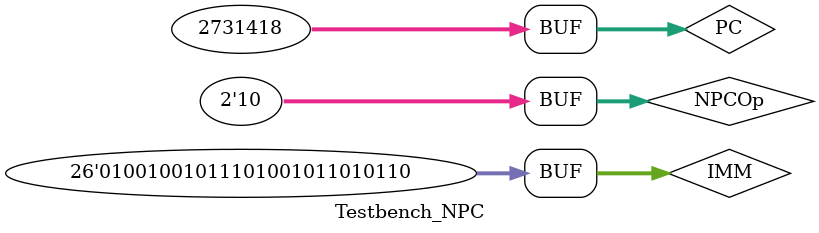
<source format=v>
`timescale 1ns / 1ps


module Testbench_NPC();
    
    reg     [31:0]  PC;
    reg     [1:0]   NPCOp; // PLUS4(2'b00), BRANCH(2'b01), JUMP(2'b10)
    reg     [25:0]  IMM;
    
    wire    [31:0]  NPC;
    
    NPC NPC_M(
        .PC(PC),
        .NPCOp(NPCOp),
        .IMM(IMM),
        .NPC(NPC)
    );
    
    initial
    begin
        PC=32'b000000001010011010110110011010;
        IMM=26'b01001001011101001011010110;
        NPCOp=0;
        #20 NPCOp=1;
        #20 NPCOp=2;
    end
    
endmodule

</source>
